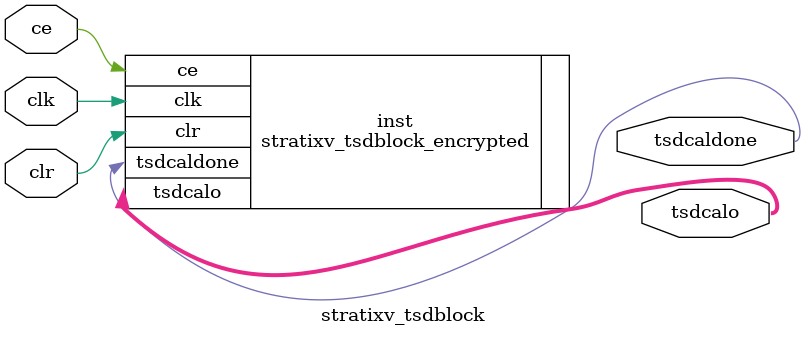
<source format=v>
module    stratixv_tsdblock    (
    clk,
    ce,
    clr,
    tsdcalo,
    tsdcaldone);
    parameter    clock_divider_enable    =    "on";
    parameter    clock_divider_value    =    40;
    parameter    sim_tsdcalo    =    0;
    parameter    lpm_type    =    "stratixv_tsdblock";
    input    clk;
    input    ce;
    input    clr;
    output    [7:0]    tsdcalo;
    output    tsdcaldone;
    stratixv_tsdblock_encrypted inst (
        .clk(clk),
        .ce(ce),
        .clr(clr),
        .tsdcalo(tsdcalo),
        .tsdcaldone(tsdcaldone) );
    defparam inst.clock_divider_enable = clock_divider_enable;
    defparam inst.clock_divider_value = clock_divider_value;
    defparam inst.sim_tsdcalo = sim_tsdcalo;
    defparam inst.lpm_type = lpm_type;
endmodule
</source>
